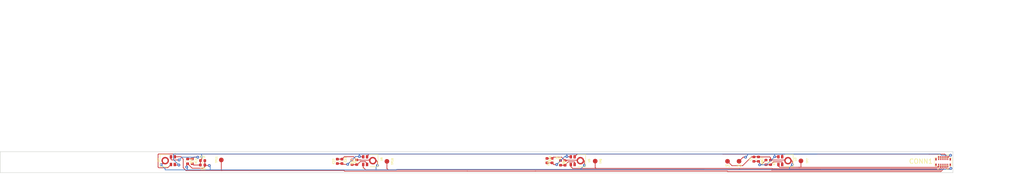
<source format=kicad_pcb>
(kicad_pcb (version 20211014) (generator pcbnew)
  (layers (0 "F.Cu" signal) (31 "B.Cu" signal) (34 "B.Paste" user) (35 "F.Paste" user) (36 "B.SilkS" user "B.Silkscreen") (37 "F.SilkS" user "F.Silkscreen") (38 "B.Mask" user) (39 "F.Mask" user) (44 "Edge.Cuts" user))
  (net 0 "")
  (net 1 "GND")
  (net 2 "+3V3")
  (net 3 "Net-(R1-Pad2)")
  (net 4 "Net-(R10-Pad1)")
  (net 5 "Net-(R11-Pad2)")
  (net 6 "Net-(R13-Pad2)")
  (net 7 "/MIC_DOUT_0")
  (net 8 "/MIC_DOUT_1")
  (net 9 "/MIC_DOUT_2")
  (net 10 "/MIC_DOUT_3")
  (net 11 "/MIC_CLK")
  (footprint "Capacitor_SMD:C_0402_1005Metric" (layer "F.Cu") (at 65.55 92.3 180)
    (fp_text reference "C25")
    (fp_text value "1uF")
  )
  (footprint "Resistor_SMD:R_0402_1005Metric" (layer "F.Cu") (at 144.1 91.84 90)
    (fp_text reference "R10")
    (fp_text value "10K")
  )
  (footprint "mico:SMD_1x01_P1.27mm" (layer "F.Cu") (at 155.65 91.45)
    (fp_text reference "TP8")
    (fp_text value "TestPoint")
  )
  (footprint "Capacitor_SMD:C_0402_1005Metric" (layer "F.Cu") (at 65.55 91.34 180)
    (fp_text reference "C24")
    (fp_text value "0.1uF")
  )
  (footprint "mico:SMD_1x01_P1.27mm" (layer "F.Cu") (at 181.830479 91.48452)
    (fp_text reference "TP2")
    (fp_text value "TestPoint")
  )
  (footprint "mico:SMD_1x01_P1.27mm" (layer "F.Cu") (at 110.5 91.5 90)
    (fp_text reference "TP10")
    (fp_text value "TestPoint")
  )
  (footprint "Resistor_SMD:R_0402_1005Metric" (layer "F.Cu") (at 98.95 91.7 90)
    (fp_text reference "R12")
    (fp_text value "10K")
  )
  (footprint "mico:SMD_1x01_P1.27mm" (layer "F.Cu") (at 74.6 91.2 90)
    (fp_text reference "TP11")
    (fp_text value "TestPoint")
  )
  (footprint "OpenSourceSmartGlasses:slim_stack_molex_PLUG_5035521222" (layer "F.Cu") (at 226.066 91.6195)
    (fp_text reference "CONN1")
    (fp_text value "slim_stack_12pos_5035521222_schematic")
  )
  (footprint "Capacitor_SMD:C_0402_1005Metric" (layer "F.Cu") (at 185.05 91.02 -90)
    (fp_text reference "C3")
    (fp_text value "1uF")
  )
  (footprint "Resistor_SMD:R_0402_1005Metric" (layer "F.Cu") (at 188.666479 91.72402 90)
    (fp_text reference "R8")
    (fp_text value "10K")
  )
  (footprint "Resistor_SMD:R_0402_1005Metric" (layer "F.Cu") (at 63.3 91.5 90)
    (fp_text reference "R13")
    (fp_text value "10K")
  )
  (footprint "Resistor_SMD:R_0402_1005Metric" (layer "F.Cu") (at 97.95 91.7 -90)
    (fp_text reference "R11")
    (fp_text value "10K")
  )
  (footprint "Capacitor_SMD:C_0402_1005Metric" (layer "F.Cu") (at 186.05 91.02 -90)
    (fp_text reference "C2")
    (fp_text value "0.1uF")
  )
  (footprint "Capacitor_SMD:C_0402_1005Metric" (layer "F.Cu") (at 140.2 91.35 -90)
    (fp_text reference "C20")
    (fp_text value "0.1uF")
  )
  (footprint "Resistor_SMD:R_0402_1005Metric" (layer "F.Cu") (at 143.15 91.83 -90)
    (fp_text reference "R9")
    (fp_text value "10K")
  )
  (footprint "Capacitor_SMD:C_0402_1005Metric" (layer "F.Cu") (at 95.75 91.5 -90)
    (fp_text reference "C23")
    (fp_text value "1uF")
  )
  (footprint "Resistor_SMD:R_0402_1005Metric" (layer "F.Cu") (at 62.3 91.5 -90)
    (fp_text reference "R14")
    (fp_text value "10K")
  )
  (footprint "Resistor_SMD:R_0402_1005Metric" (layer "F.Cu") (at 187.666479 91.72402 -90)
    (fp_text reference "R1")
    (fp_text value "10K")
  )
  (footprint "mico:SMD_1x01_P1.27mm" (layer "F.Cu") (at 179.330479 91.48452)
    (fp_text reference "TP1")
    (fp_text value "TestPoint")
  )
  (footprint "Capacitor_SMD:C_0402_1005Metric" (layer "F.Cu") (at 94.75 91.5 -90)
    (fp_text reference "C22")
    (fp_text value "0.1uF")
  )
  (footprint "Capacitor_SMD:C_0402_1005Metric" (layer "F.Cu") (at 141.3 91.35 -90)
    (fp_text reference "C21")
    (fp_text value "1uF")
  )
  (footprint "mico:MIC_SPH0641LU4H-1" (layer "F.Cu") (at 102.440479 91.35 90)
    (fp_text reference "U6")
    (fp_text value "MP23DB01HPTR")
  )
  (footprint "mico:MIC_SPH0641LU4H-1" (layer "F.Cu") (at 147.440479 91.35 90)
    (fp_text reference "U5")
    (fp_text value "MP23DB01HPTR")
  )
  (footprint "mico:MIC_SPH0641LU4H-1" (layer "F.Cu") (at 192.440479 91.35 90)
    (fp_text reference "U2")
    (fp_text value "MP23DB01HPTR")
  )
  (footprint "mico:MIC_SPH0641LU4H-1" (layer "F.Cu") (at 57.440479 91.35 -90)
    (fp_text reference "U7")
    (fp_text value "MP23DB01HPTR")
  )
  (footprint "mico:SMD_1x01_P1.27mm" (layer "F.Cu") (at 195.25 91.4 90)
    (fp_text reference "TP7")
    (fp_text value "TestPoint")
  )
  (gr_line (start 228.2 89.395) (end 21.68 89.4) (layer "Edge.Cuts") (width 0.1))
  (gr_line (start 21.68 93.95) (end 228.2 93.945) (layer "Edge.Cuts") (width 0.1))
  (gr_line (start 228.2 89.395) (end 228.2 93.945) (layer "Edge.Cuts") (width 0.1))
  (gr_line (start 21.68 89.4) (end 21.68 93.95) (layer "Edge.Cuts") (width 0.1))
  (gr_text "ss1" (at 225.1 90.1) (layer "F.SilkS") (effects (font (size 0.2 0.2) (thickness 0.05))))
  (gr_text "ss12" (at 227.05 93.15) (layer "F.SilkS") (effects (font (size 0.2 0.2) (thickness 0.05))))
  (gr_text "ss7" (at 225.05 93.15) (layer "F.SilkS") (effects (font (size 0.2 0.2) (thickness 0.05))))
  (gr_text "ss6" (at 227.1 90.1) (layer "F.SilkS") (effects (font (size 0.2 0.2) (thickness 0.05))))
  (segment (start 188.666479 90.716479) (end 188.666479 91.21402) (width 0.15) (layer "F.Cu") (net 1))
  (segment (start 99.79 91.19) (end 99.85 91.25) (width 0.15) (layer "F.Cu") (net 1))
  (segment (start 98.95 91.19) (end 99.79 91.19) (width 0.15) (layer "F.Cu") (net 1))
  (segment (start 67 92.4) (end 66.13 92.4) (width 0.15) (layer "F.Cu") (net 1))
  (segment (start 184.51 90.54) (end 182.6 92.45) (width 0.15) (layer "F.Cu") (net 1))
  (segment (start 62.1 92.75) (end 62.1 92.21) (width 0.15) (layer "F.Cu") (net 1))
  (segment (start 186.05 90.54) (end 188.49 90.54) (width 0.15) (layer "F.Cu") (net 1))
  (segment (start 95.75 91.02) (end 94.75 91.02) (width 0.15) (layer "F.Cu") (net 1))
  (segment (start 96.27 90.5) (end 98.26 90.5) (width 0.15) (layer "F.Cu") (net 1))
  (segment (start 65.7 93) (end 63.29 93) (width 0.15) (layer "F.Cu") (net 1))
  (segment (start 101.55 91.25) (end 102.10625 90.69375) (width 0.15) (layer "F.Cu") (net 1))
  (segment (start 143.37 90.6) (end 141.57 90.6) (width 0.15) (layer "F.Cu") (net 1))
  (segment (start 95.75 91.02) (end 96.27 90.5) (width 0.15) (layer "F.Cu") (net 1))
  (segment (start 226.721489 93.094011) (end 226.666 93.038522) (width 0.15) (layer "F.Cu") (net 1))
  (segment (start 185.05 90.52) (end 186.03 90.52) (width 0.15) (layer "F.Cu") (net 1))
  (segment (start 188.49 90.54) (end 188.666479 90.716479) (width 0.15) (layer "F.Cu") (net 1))
  (segment (start 103.45 91.547025) (end 102.596725 90.69375) (width 0.15) (layer "F.Cu") (net 1))
  (segment (start 148.3 91.397025) (end 147.596725 90.69375) (width 0.15) (layer "F.Cu") (net 1))
  (segment (start 147.596725 90.69375) (end 147.427979 90.69375) (width 0.15) (layer "F.Cu") (net 1))
  (segment (start 62.1 92.21) (end 62.3 92.01) (width 0.15) (layer "F.Cu") (net 1))
  (segment (start 98.26 90.5) (end 98.95 91.19) (width 0.15) (layer "F.Cu") (net 1))
  (segment (start 144.1 91.33) (end 144.52 91.33) (width 0.15) (layer "F.Cu") (net 1))
  (segment (start 191.763963 91.21402) (end 192.284233 90.69375) (width 0.15) (layer "F.Cu") (net 1))
  (segment (start 192.284233 90.69375) (end 192.427979 90.69375) (width 0.15) (layer "F.Cu") (net 1))
  (segment (start 148.3 92.35) (end 148.3 91.397025) (width 0.15) (layer "F.Cu") (net 1))
  (segment (start 66.03 92.3) (end 66.03 92.67) (width 0.15) (layer "F.Cu") (net 1))
  (segment (start 66.13 92.4) (end 66.03 92.3) (width 0.15) (layer "F.Cu") (net 1))
  (segment (start 227.75 93.029002) (end 227.684991 93.094011) (width 0.15) (layer "F.Cu") (net 1))
  (segment (start 188.666479 91.21402) (end 191.763963 91.21402) (width 0.15) (layer "F.Cu") (net 1))
  (segment (start 66.03 91.34) (end 66.03 92.3) (width 0.15) (layer "F.Cu") (net 1))
  (segment (start 147.284233 90.69375) (end 147.427979 90.69375) (width 0.15) (layer "F.Cu") (net 1))
  (segment (start 102.596725 90.69375) (end 102.427979 90.69375) (width 0.15) (layer "F.Cu") (net 1))
  (segment (start 99.85 91.25) (end 101.55 91.25) (width 0.15) (layer "F.Cu") (net 1))
  (segment (start 66.03 92.67) (end 65.7 93) (width 0.15) (layer "F.Cu") (net 1))
  (segment (start 63.29 93) (end 62.3 92.01) (width 0.15) (layer "F.Cu") (net 1))
  (segment (start 193.4 91.497025) (end 192.596725 90.69375) (width 0.15) (layer "F.Cu") (net 1))
  (segment (start 141.57 90.6) (end 141.3 90.87) (width 0.15) (layer "F.Cu") (net 1))
  (segment (start 144.1 91.33) (end 143.37 90.6) (width 0.15) (layer "F.Cu") (net 1))
  (segment (start 144.52 91.33) (end 144.6 91.25) (width 0.15) (layer "F.Cu") (net 1))
  (segment (start 192.596725 90.69375) (end 192.427979 90.69375) (width 0.15) (layer "F.Cu") (net 1))
  (segment (start 57.452979 92.00625) (end 56.79375 92.00625) (width 0.15) (layer "F.Cu") (net 1))
  (segment (start 147.796725 92.04375) (end 147.627979 92.04375) (width 0.15) (layer "F.Cu") (net 1))
  (segment (start 56.79375 92.00625) (end 56.55 92.25) (width 0.15) (layer "F.Cu") (net 1))
  (segment (start 227.684991 93.094011) (end 226.721489 93.094011) (width 0.15) (layer "F.Cu") (net 1))
  (segment (start 103.45 92.4) (end 103.45 91.547025) (width 0.15) (layer "F.Cu") (net 1))
  (segment (start 226.666 93.038522) (end 226.666 92.5195) (width 0.15) (layer "F.Cu") (net 1))
  (segment (start 193.4 92.2) (end 193.4 91.497025) (width 0.15) (layer "F.Cu") (net 1))
  (segment (start 185.05 90.54) (end 184.51 90.54) (width 0.15) (layer "F.Cu") (net 1))
  (segment (start 140.2 90.87) (end 141.3 90.87) (width 0.15) (layer "F.Cu") (net 1))
  (segment (start 144.6 91.25) (end 146.727983 91.25) (width 0.15) (layer "F.Cu") (net 1))
  (segment (start 102.484233 92.04375) (end 102.627979 92.04375) (width 0.15) (layer "F.Cu") (net 1))
  (segment (start 193.015 91.071045) (end 192.596725 90.65277) (width 0.15) (layer "F.Cu") (net 1))
  (segment (start 102.10625 90.69375) (end 102.427979 90.69375) (width 0.15) (layer "F.Cu") (net 1))
  (segment (start 146.727983 91.25) (end 147.284233 90.69375) (width 0.15) (layer "F.Cu") (net 1))
  (segment (start 180.295959 92.45) (end 179.330479 91.48452) (width 0.15) (layer "F.Cu") (net 1))
  (segment (start 182.6 92.45) (end 180.295959 92.45) (width 0.15) (layer "F.Cu") (net 1))
  (segment (start 102.627979 92.04375) (end 102.796725 92.04375) (width 0.15) (layer "F.Cu") (net 1))
  (via (at 148.3 92.35) (size 0.6) (drill 0.2) (layers "F.Cu" "B.Cu") (net 1))
  (via (at 62.1 92.75) (size 0.6) (drill 0.2) (layers "F.Cu" "B.Cu") (net 1))
  (via (at 103.45 92.4) (size 0.6) (drill 0.2) (layers "F.Cu" "B.Cu") (net 1))
  (via (at 67 92.4) (size 0.6) (drill 0.2) (layers "F.Cu" "B.Cu") (net 1))
  (via (at 193.4 92.2) (size 0.6) (drill 0.2) (layers "F.Cu" "B.Cu") (net 1))
  (via (at 227.75 93.029002) (size 0.6) (drill 0.2) (layers "F.Cu" "B.Cu") (net 1))
  (via (at 56.55 92.25) (size 0.6) (drill 0.2) (layers "F.Cu" "B.Cu") (net 1))
  (segment (start 147.536 93.114) (end 148.3 92.35) (width 0.15) (layer "B.Cu") (net 1))
  (segment (start 174.328136 93.265689) (end 181.852189 93.265689) (width 0.15) (layer "B.Cu") (net 1))
  (segment (start 62.2495 93.3495) (end 67.1995 93.3495) (width 0.15) (layer "B.Cu") (net 1))
  (segment (start 103.1505 93.3495) (end 103.1505 92.6995) (width 0.15) (layer "B.Cu") (net 1))
  (segment (start 141.236 93.2495) (end 147.536 93.2495) (width 0.15) (layer "B.Cu") (net 1))
  (segment (start 147.536 93.2495) (end 147.536 93.114) (width 0.15) (layer "B.Cu") (net 1))
  (segment (start 137.836 93.2495) (end 141.236 93.2495) (width 0.15) (layer "B.Cu") (net 1))
  (segment (start 103.1505 92.6995) (end 103.45 92.4) (width 0.15) (layer "B.Cu") (net 1))
  (segment (start 192.765689 93.265689) (end 214.519811 93.265689) (width 0.15) (layer "B.Cu") (net 1))
  (segment (start 107.636 93.2495) (end 137.836 93.2495) (width 0.15) (layer "B.Cu") (net 1))
  (segment (start 67.1995 92.5995) (end 67 92.4) (width 0.15) (layer "B.Cu") (net 1))
  (segment (start 192.765689 93.265689) (end 192.765689 92.834311) (width 0.15) (layer "B.Cu") (net 1))
  (segment (start 56.55 92.25) (end 57.436 93.136) (width 0.15) (layer "B.Cu") (net 1))
  (segment (start 62.2495 93.3495) (end 62.2495 92.8995) (width 0.15) (layer "B.Cu") (net 1))
  (segment (start 174.311947 93.2495) (end 174.328136 93.265689) (width 0.15) (layer "B.Cu") (net 1))
  (segment (start 57.436 93.136) (end 57.436 93.3495) (width 0.15) (layer "B.Cu") (net 1))
  (segment (start 192.765689 92.834311) (end 193.4 92.2) (width 0.15) (layer "B.Cu") (net 1))
  (segment (start 103.1505 93.3495) (end 107.536 93.3495) (width 0.15) (layer "B.Cu") (net 1))
  (segment (start 67.1995 93.3495) (end 103.1505 93.3495) (width 0.15) (layer "B.Cu") (net 1))
  (segment (start 199.536 93.2495) (end 223.636 93.2495) (width 0.15) (layer "B.Cu") (net 1))
  (segment (start 181.852189 93.265689) (end 181.936 93.181878) (width 0.15) (layer "B.Cu") (net 1))
  (segment (start 62.2495 92.8995) (end 62.1 92.75) (width 0.15) (layer "B.Cu") (net 1))
  (segment (start 227.529502 93.2495) (end 227.75 93.029002) (width 0.15) (layer "B.Cu") (net 1))
  (segment (start 67.1995 93.3495) (end 67.1995 92.5995) (width 0.15) (layer "B.Cu") (net 1))
  (segment (start 223.636 93.2495) (end 227.529502 93.2495) (width 0.15) (layer "B.Cu") (net 1))
  (segment (start 57.436 93.3495) (end 62.2495 93.3495) (width 0.15) (layer "B.Cu") (net 1))
  (segment (start 147.536 93.2495) (end 174.311947 93.2495) (width 0.15) (layer "B.Cu") (net 1))
  (segment (start 214.519811 93.265689) (end 214.536 93.2495) (width 0.15) (layer "B.Cu") (net 1))
  (segment (start 181.852189 93.265689) (end 192.552189 93.265689) (width 0.15) (layer "B.Cu") (net 1))
  (segment (start 107.536 93.3495) (end 107.636 93.2495) (width 0.15) (layer "B.Cu") (net 1))
  (segment (start 192.552189 93.265689) (end 192.765689 93.265689) (width 0.15) (layer "B.Cu") (net 1))
  (segment (start 145.366479 90.5125) (end 144.5625 90.5125) (width 0.15) (layer "F.Cu") (net 2))
  (segment (start 227.6055 90.18) (end 227.066 90.7195) (width 0.15) (layer "F.Cu") (net 2))
  (segment (start 95.92 92.15) (end 95.75 91.98) (width 0.15) (layer "F.Cu") (net 2))
  (segment (start 186.630499 92.25) (end 187.666479 91.21402) (width 0.15) (layer "F.Cu") (net 2))
  (segment (start 95.75 91.98) (end 94.75 91.98) (width 0.15) (layer "F.Cu") (net 2))
  (segment (start 60.4 92.3) (end 59.626979 92.3) (width 0.15) (layer "F.Cu") (net 2))
  (segment (start 189.5625 90.5125) (end 189.55 90.5) (width 0.15) (layer "F.Cu") (net 2))
  (segment (start 183.25 90.6) (end 182.714999 90.6) (width 0.15) (layer "F.Cu") (net 2))
  (segment (start 65.07 91.34) (end 65.07 92.3) (width 0.15) (layer "F.Cu") (net 2))
  (segment (start 185.05 91.5) (end 184.9205 91.3705) (width 0.15) (layer "F.Cu") (net 2))
  (segment (start 185.05 91.5) (end 186.05 91.5) (width 0.15) (layer "F.Cu") (net 2))
  (segment (start 140.2 91.83) (end 141.3 91.83) (width 0.15) (layer "F.Cu") (net 2))
  (segment (start 227.68 90.18) (end 227.6055 90.18) (width 0.15) (layer "F.Cu") (net 2))
  (segment (start 141.67 92.2) (end 141.3 91.83) (width 0.15) (layer "F.Cu") (net 2))
  (segment (start 143.15 91.32) (end 143.15 91.35) (width 0.15) (layer "F.Cu") (net 2))
  (segment (start 97 92.15) (end 95.92 92.15) (width 0.15) (layer "F.Cu") (net 2))
  (segment (start 186.3 92.25) (end 186.3 91.75) (width 0.15) (layer "F.Cu") (net 2))
  (segment (start 97 92.14) (end 97.95 91.19) (width 0.15) (layer "F.Cu") (net 2))
  (segment (start 186.13 91.42) (end 186.05 91.5) (width 0.15) (layer "F.Cu") (net 2))
  (segment (start 97 92.15) (end 97 92.14) (width 0.15) (layer "F.Cu") (net 2))
  (segment (start 144.5625 90.5125) (end 144.5 90.45) (width 0.15) (layer "F.Cu") (net 2))
  (segment (start 190.366479 90.5125) (end 189.5625 90.5125) (width 0.15) (layer "F.Cu") (net 2))
  (segment (start 186.3 91.75) (end 186.05 91.5) (width 0.15) (layer "F.Cu") (net 2))
  (segment (start 142.3 92.2) (end 141.67 92.2) (width 0.15) (layer "F.Cu") (net 2))
  (segment (start 65.35 90.5) (end 65.35 91.06) (width 0.15) (layer "F.Cu") (net 2))
  (segment (start 65.07 92.3) (end 63.59 92.3) (width 0.15) (layer "F.Cu") (net 2))
  (segment (start 59.626979 92.3) (end 59.514479 92.1875) (width 0.15) (layer "F.Cu") (net 2))
  (segment (start 182.714999 90.6) (end 181.830479 91.48452) (width 0.15) (layer "F.Cu") (net 2))
  (segment (start 63.59 92.3) (end 63.3 92.01) (width 0.15) (layer "F.Cu") (net 2))
  (segment (start 94.9 92.13) (end 94.75 91.98) (width 0.15) (layer "F.Cu") (net 2))
  (segment (start 65.35 91.06) (end 65.07 91.34) (width 0.15) (layer "F.Cu") (net 2))
  (segment (start 99.6125 90.5125) (end 99.55 90.45) (width 0.15) (layer "F.Cu") (net 2))
  (segment (start 143.15 91.35) (end 142.3 92.2) (width 0.15) (layer "F.Cu") (net 2))
  (segment (start 186.3 92.25) (end 186.630499 92.25) (width 0.15) (layer "F.Cu") (net 2))
  (segment (start 100.366479 90.5125) (end 99.6125 90.5125) (width 0.15) (layer "F.Cu") (net 2))
  (via (at 189.55 90.5) (size 0.6) (drill 0.2) (layers "F.Cu" "B.Cu") (net 2))
  (via (at 65.35 90.5) (size 0.6) (drill 0.2) (layers "F.Cu" "B.Cu") (net 2))
  (via (at 183.25 90.6) (size 0.6) (drill 0.2) (layers "F.Cu" "B.Cu") (net 2))
  (via (at 60.4 92.3) (size 0.6) (drill 0.2) (layers "F.Cu" "B.Cu") (net 2))
  (via (at 99.55 90.45) (size 0.6) (drill 0.2) (layers "F.Cu" "B.Cu") (net 2))
  (via (at 227.68 90.18) (size 0.6) (drill 0.2) (layers "F.Cu" "B.Cu") (net 2))
  (via (at 142.3 92.2) (size 0.6) (drill 0.2) (layers "F.Cu" "B.Cu") (net 2))
  (via (at 97 92.15) (size 0.6) (drill 0.2) (layers "F.Cu" "B.Cu") (net 2))
  (via (at 186.3 92.25) (size 0.6) (drill 0.2) (layers "F.Cu" "B.Cu") (net 2))
  (via (at 144.5 90.45) (size 0.6) (drill 0.2) (layers "F.Cu" "B.Cu") (net 2))
  (segment (start 225.4 89.9) (end 225.68 90.18) (width 0.15) (layer "B.Cu") (net 2))
  (segment (start 189.55 89.9) (end 198.7 89.9) (width 0.15) (layer "B.Cu") (net 2))
  (segment (start 99.55 90.45) (end 98.7 90.45) (width 0.15) (layer "B.Cu") (net 2))
  (segment (start 65.3 89.9) (end 65.3 90.45) (width 0.15) (layer "B.Cu") (net 2))
  (segment (start 189.55 89.9) (end 189.55 90.5) (width 0.15) (layer "B.Cu") (net 2))
  (segment (start 187.8 92.25) (end 186.3 92.25) (width 0.15) (layer "B.Cu") (net 2))
  (segment (start 144.5 90.45) (end 144.5 89.9) (width 0.15) (layer "B.Cu") (net 2))
  (segment (start 144.5 90.45) (end 144.05 90.45) (width 0.15) (layer "B.Cu") (net 2))
  (segment (start 97.7855 89.9) (end 65.3 89.9) (width 0.15) (layer "B.Cu") (net 2))
  (segment (start 183.7 90.15) (end 183.25 90.6) (width 0.15) (layer "B.Cu") (net 2))
  (segment (start 183.7 89.9) (end 225.4 89.9) (width 0.15) (layer "B.Cu") (net 2))
  (segment (start 99.4 89.9) (end 142.9865 89.9) (width 0.15) (layer "B.Cu") (net 2))
  (segment (start 189.55 90.5) (end 187.8 92.25) (width 0.15) (layer "B.Cu") (net 2))
  (segment (start 99.55 90.45) (end 99.55 90.05) (width 0.15) (layer "B.Cu") (net 2))
  (segment (start 188.0865 89.9) (end 189.55 89.9) (width 0.15) (layer "B.Cu") (net 2))
  (segment (start 144.05 90.45) (end 142.3 92.2) (width 0.15) (layer "B.Cu") (net 2))
  (segment (start 183.7 89.9) (end 183.7 90.15) (width 0.15) (layer "B.Cu") (net 2))
  (segment (start 59.25 91.15) (end 60.4 92.3) (width 0.15) (layer "B.Cu") (net 2))
  (segment (start 65.3 90.45) (end 65.35 90.5) (width 0.15) (layer "B.Cu") (net 2))
  (segment (start 142.9865 89.9) (end 144.5 89.9) (width 0.15) (layer "B.Cu") (net 2))
  (segment (start 99.55 90.05) (end 99.4 89.9) (width 0.15) (layer "B.Cu") (net 2))
  (segment (start 59.25 89.9) (end 59.25 91.15) (width 0.15) (layer "B.Cu") (net 2))
  (segment (start 225.68 90.18) (end 227.68 90.18) (width 0.15) (layer "B.Cu") (net 2))
  (segment (start 65.3 89.9) (end 59.25 89.9) (width 0.15) (layer "B.Cu") (net 2))
  (segment (start 98.7 90.45) (end 97 92.15) (width 0.15) (layer "B.Cu") (net 2))
  (segment (start 97.7855 89.9) (end 99.4 89.9) (width 0.15) (layer "B.Cu") (net 2))
  (segment (start 144.5 89.9) (end 188.0865 89.9) (width 0.15) (layer "B.Cu") (net 2))
  (segment (start 188.666479 92.23402) (end 187.666479 92.23402) (width 0.15) (layer "F.Cu") (net 3))
  (segment (start 191.188479 92.1875) (end 191.188479 91.638479) (width 0.15) (layer "F.Cu") (net 3))
  (segment (start 191.188479 91.638479) (end 191.15 91.6) (width 0.15) (layer "F.Cu") (net 3))
  (segment (start 191.15 91.6) (end 189.300499 91.6) (width 0.15) (layer "F.Cu") (net 3))
  (segment (start 189.300499 91.6) (end 188.666479 92.23402) (width 0.15) (layer "F.Cu") (net 3))
  (segment (start 146.113479 91.6) (end 144.8 91.6) (width 0.15) (layer "F.Cu") (net 4))
  (segment (start 144.8 91.6) (end 144.1 92.3) (width 0.15) (layer "F.Cu") (net 4))
  (segment (start 143.16 92.35) (end 143.15 92.34) (width 0.15) (layer "F.Cu") (net 4))
  (segment (start 144.1 92.3) (end 144.1 92.35) (width 0.15) (layer "F.Cu") (net 4))
  (segment (start 146.188479 92.1875) (end 146.188479 91.675) (width 0.15) (layer "F.Cu") (net 4))
  (segment (start 146.188479 91.675) (end 146.113479 91.6) (width 0.15) (layer "F.Cu") (net 4))
  (segment (start 144.1 92.35) (end 143.16 92.35) (width 0.15) (layer "F.Cu") (net 4))
  (segment (start 99.09 92.21) (end 98.95 92.21) (width 0.15) (layer "F.Cu") (net 5))
  (segment (start 98.95 92.21) (end 97.95 92.21) (width 0.15) (layer "F.Cu") (net 5))
  (segment (start 99.75 91.55) (end 99.09 92.21) (width 0.15) (layer "F.Cu") (net 5))
  (segment (start 101.188479 91.938479) (end 100.8 91.55) (width 0.15) (layer "F.Cu") (net 5))
  (segment (start 101.188479 92.1875) (end 101.188479 91.938479) (width 0.15) (layer "F.Cu") (net 5))
  (segment (start 100.8 91.55) (end 99.75 91.55) (width 0.15) (layer "F.Cu") (net 5))
  (segment (start 63.69 90.6) (end 63.3 90.99) (width 0.15) (layer "F.Cu") (net 6))
  (segment (start 58.867479 91.2) (end 60.45 91.2) (width 0.15) (layer "F.Cu") (net 6))
  (segment (start 62.3 90.94) (end 63.25 90.94) (width 0.15) (layer "F.Cu") (net 6))
  (segment (start 58.692479 90.5125) (end 58.692479 91.025) (width 0.15) (layer "F.Cu") (net 6))
  (segment (start 64.5 90.6) (end 63.69 90.6) (width 0.15) (layer "F.Cu") (net 6))
  (segment (start 63.25 90.94) (end 63.3 90.99) (width 0.15) (layer "F.Cu") (net 6))
  (segment (start 58.692479 91.025) (end 58.867479 91.2) (width 0.15) (layer "F.Cu") (net 6))
  (via (at 64.5 90.6) (size 0.6) (drill 0.2) (layers "F.Cu" "B.Cu") (net 6))
  (via (at 60.45 91.2) (size 0.6) (drill 0.2) (layers "F.Cu" "B.Cu") (net 6))
  (segment (start 61.05 90.6) (end 64.5 90.6) (width 0.15) (layer "B.Cu") (net 6))
  (segment (start 60.45 91.2) (end 61.05 90.6) (width 0.15) (layer "B.Cu") (net 6))
  (segment (start 194.4 92.8) (end 194.9855 92.8) (width 0.15) (layer "F.Cu") (net 7))
  (segment (start 190.366479 92.516479) (end 190.366479 92.1875) (width 0.15) (layer "F.Cu") (net 7))
  (segment (start 194.6865 92.8) (end 194.9855 92.8) (width 0.15) (layer "F.Cu") (net 7))
  (segment (start 190.65 92.8) (end 190.366479 92.516479) (width 0.15) (layer "F.Cu") (net 7))
  (segment (start 194.9855 92.8) (end 194.995626 92.810126) (width 0.15) (layer "F.Cu") (net 7))
  (segment (start 194.995626 92.810126) (end 224.775374 92.810126) (width 0.15) (layer "F.Cu") (net 7))
  (segment (start 195.25 91.4) (end 195.25 92.8) (width 0.15) (layer "F.Cu") (net 7))
  (segment (start 224.775374 92.810126) (end 225.066 92.5195) (width 0.15) (layer "F.Cu") (net 7))
  (segment (start 190.65 92.8) (end 194.4 92.8) (width 0.15) (layer "F.Cu") (net 7))
  (segment (start 189.04756 93.109646) (end 225.345854 93.109646) (width 0.15) (layer "F.Cu") (net 8))
  (segment (start 225.486 92.9695) (end 225.486 92.5395) (width 0.15) (layer "F.Cu") (net 8))
  (segment (start 150.818957 93.031043) (end 188.968957 93.031043) (width 0.15) (layer "F.Cu") (net 8))
  (segment (start 145.366479 92.647522) (end 145.366479 92.1875) (width 0.15) (layer "F.Cu") (net 8))
  (segment (start 225.345854 93.109646) (end 225.486 92.9695) (width 0.15) (layer "F.Cu") (net 8))
  (segment (start 150.65 92.862086) (end 150.818957 93.031043) (width 0.15) (layer "F.Cu") (net 8))
  (segment (start 145.186479 92.165) (end 145.166479 92.145) (width 0.15) (layer "F.Cu") (net 8))
  (segment (start 150.818957 93.031043) (end 145.75 93.031043) (width 0.15) (layer "F.Cu") (net 8))
  (segment (start 145.75 93.031043) (end 145.366479 92.647522) (width 0.15) (layer "F.Cu") (net 8))
  (segment (start 188.968957 93.031043) (end 189.04756 93.109646) (width 0.15) (layer "F.Cu") (net 8))
  (segment (start 225.486 92.5395) (end 225.466 92.5195) (width 0.15) (layer "F.Cu") (net 8))
  (segment (start 150.65 91.45) (end 150.65 92.862086) (width 0.15) (layer "F.Cu") (net 8))
  (segment (start 225.866 93.014936) (end 225.866 92.5195) (width 0.15) (layer "F.Cu") (net 9))
  (segment (start 225.47177 93.409166) (end 225.866 93.014936) (width 0.15) (layer "F.Cu") (net 9))
  (segment (start 105.5 91.5) (end 105.5 93.061126) (width 0.15) (layer "F.Cu") (net 9))
  (segment (start 105.5 93.061126) (end 105.769437 93.330563) (width 0.15) (layer "F.Cu") (net 9))
  (segment (start 188.844891 93.330563) (end 188.923495 93.409166) (width 0.15) (layer "F.Cu") (net 9))
  (segment (start 105.769437 93.330563) (end 188.844891 93.330563) (width 0.15) (layer "F.Cu") (net 9))
  (segment (start 188.923495 93.409166) (end 225.47177 93.409166) (width 0.15) (layer "F.Cu") (net 9))
  (segment (start 100.366479 92.816479) (end 100.366479 92.1875) (width 0.15) (layer "F.Cu") (net 9))
  (segment (start 105.769437 93.330563) (end 100.880563 93.330563) (width 0.15) (layer "F.Cu") (net 9))
  (segment (start 100.880563 93.330563) (end 100.366479 92.816479) (width 0.15) (layer "F.Cu") (net 9))
  (segment (start 226.266 92.5195) (end 226.266 93.038522) (width 0.15) (layer "F.Cu") (net 10))
  (segment (start 69.6 93.4) (end 69.7 93.5) (width 0.15) (layer "F.Cu") (net 10))
  (segment (start 96.330083 93.630083) (end 96.2 93.5) (width 0.15) (layer "F.Cu") (net 10))
  (segment (start 61.35 91) (end 60.8625 90.5125) (width 0.15) (layer "F.Cu") (net 10))
  (segment (start 226.266 93.038522) (end 225.595836 93.708686) (width 0.15) (layer "F.Cu") (net 10))
  (segment (start 225.595836 93.708686) (end 179.37068 93.708686) (width 0.15) (layer "F.Cu") (net 10))
  (segment (start 69.6 91.2) (end 69.6 93.4) (width 0.15) (layer "F.Cu") (net 10))
  (segment (start 60.8625 90.5125) (end 59.514479 90.5125) (width 0.15) (layer "F.Cu") (net 10))
  (segment (start 137.694241 93.638391) (end 122.924804 93.638391) (width 0.15) (layer "F.Cu") (net 10))
  (segment (start 69.7 93.5) (end 61.95 93.5) (width 0.15) (layer "F.Cu") (net 10))
  (segment (start 137.702549 93.630083) (end 137.694241 93.638391) (width 0.15) (layer "F.Cu") (net 10))
  (segment (start 61.35 92.9) (end 61.35 91) (width 0.15) (layer "F.Cu") (net 10))
  (segment (start 122.916496 93.630083) (end 96.330083 93.630083) (width 0.15) (layer "F.Cu") (net 10))
  (segment (start 179.292077 93.630083) (end 137.702549 93.630083) (width 0.15) (layer "F.Cu") (net 10))
  (segment (start 61.95 93.5) (end 61.35 92.9) (width 0.15) (layer "F.Cu") (net 10))
  (segment (start 96.2 93.5) (end 69.7 93.5) (width 0.15) (layer "F.Cu") (net 10))
  (segment (start 179.37068 93.708686) (end 179.292077 93.630083) (width 0.15) (layer "F.Cu") (net 10))
  (segment (start 122.924804 93.638391) (end 122.916496 93.630083) (width 0.15) (layer "F.Cu") (net 10))
  (segment (start 56.000011 89.899989) (end 55.9 90) (width 0.15) (layer "F.Cu") (net 11))
  (segment (start 146.80099 89.899989) (end 101.449989 89.899989) (width 0.15) (layer "F.Cu") (net 11))
  (segment (start 101.449989 90.25099) (end 101.188479 90.5125) (width 0.15) (layer "F.Cu") (net 11))
  (segment (start 191.21548 89.91548) (end 191.188479 89.942481) (width 0.15) (layer "F.Cu") (net 11))
  (segment (start 57.979979 92.9) (end 58.692479 92.1875) (width 0.15) (layer "F.Cu") (net 11))
  (segment (start 146.80099 89.899989) (end 146.188479 90.5125) (width 0.15) (layer "F.Cu") (net 11))
  (segment (start 101.449989 89.899989) (end 56.000011 89.899989) (width 0.15) (layer "F.Cu") (net 11))
  (segment (start 223.01548 89.91548) (end 223.04 89.94) (width 0.15) (layer "F.Cu") (net 11))
  (segment (start 191.188479 89.942481) (end 191.188479 90.5125) (width 0.15) (layer "F.Cu") (net 11))
  (segment (start 223.04 89.94) (end 226.44 89.94) (width 0.15) (layer "F.Cu") (net 11))
  (segment (start 226.666 90.166) (end 226.666 90.7195) (width 0.15) (layer "F.Cu") (net 11))
  (segment (start 55.9 90) (end 55.9 92.75) (width 0.15) (layer "F.Cu") (net 11))
  (segment (start 55.9 92.75) (end 56.05 92.9) (width 0.15) (layer "F.Cu") (net 11))
  (segment (start 189.521511 89.899989) (end 146.80099 89.899989) (width 0.15) (layer "F.Cu") (net 11))
  (segment (start 191.21548 89.91548) (end 223.01548 89.91548) (width 0.15) (layer "F.Cu") (net 11))
  (segment (start 56.05 92.9) (end 57.979979 92.9) (width 0.15) (layer "F.Cu") (net 11))
  (segment (start 101.449989 89.899989) (end 101.449989 90.25099) (width 0.15) (layer "F.Cu") (net 11))
  (segment (start 178.28452 89.91548) (end 191.21548 89.91548) (width 0.15) (layer "F.Cu") (net 11))
  (segment (start 226.44 89.94) (end 226.666 90.166) (width 0.15) (layer "F.Cu") (net 11))
)
</source>
